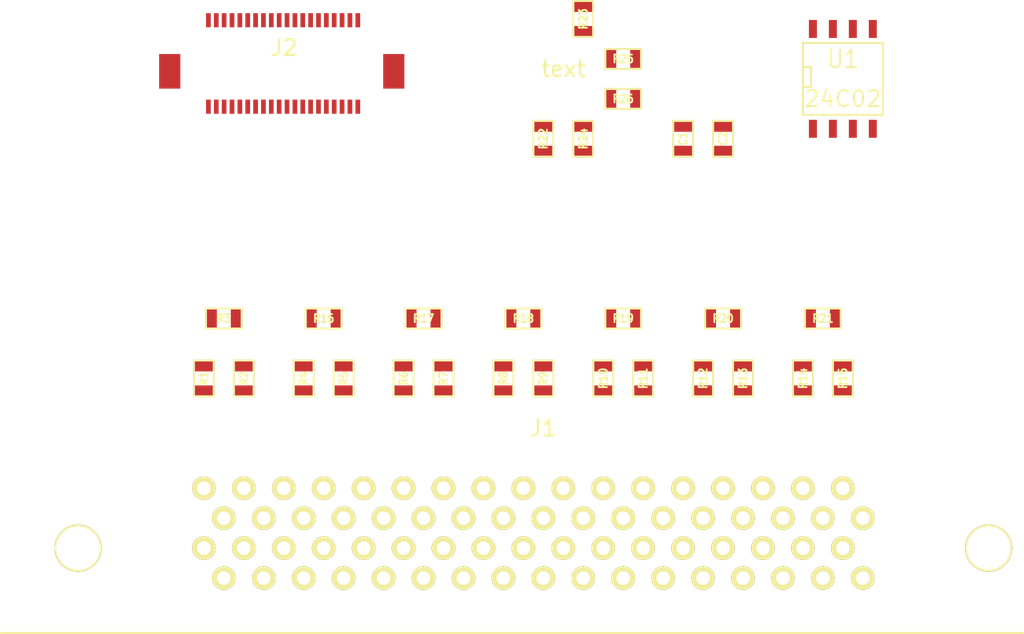
<source format=kicad_pcb>
(kicad_pcb (version 3) (host pcbnew "(2013-mar-13)-testing")

  (general
    (links 108)
    (no_connects 108)
    (area 0 0 0 0)
    (thickness 1.6)
    (drawings 0)
    (tracks 0)
    (zones 0)
    (modules 31)
    (nets 67)
  )

  (page A4)
  (layers
    (15 F.Cu signal)
    (0 B.Cu signal)
    (16 B.Adhes user)
    (17 F.Adhes user)
    (18 B.Paste user)
    (19 F.Paste user)
    (20 B.SilkS user)
    (21 F.SilkS user)
    (22 B.Mask user)
    (23 F.Mask user)
    (24 Dwgs.User user)
    (25 Cmts.User user)
    (26 Eco1.User user)
    (27 Eco2.User user)
    (28 Edge.Cuts user)
  )

  (setup
    (last_trace_width 0.254)
    (trace_clearance 0.254)
    (zone_clearance 0.508)
    (zone_45_only no)
    (trace_min 0.254)
    (segment_width 0.2)
    (edge_width 0.1)
    (via_size 0.889)
    (via_drill 0.635)
    (via_min_size 0.889)
    (via_min_drill 0.508)
    (uvia_size 0.508)
    (uvia_drill 0.127)
    (uvias_allowed no)
    (uvia_min_size 0.508)
    (uvia_min_drill 0.127)
    (pcb_text_width 0.3)
    (pcb_text_size 1.5 1.5)
    (mod_edge_width 0.15)
    (mod_text_size 1 1)
    (mod_text_width 0.15)
    (pad_size 1.35 2.2)
    (pad_drill 0.6)
    (pad_to_mask_clearance 0)
    (aux_axis_origin 0 0)
    (visible_elements FFFFFF7F)
    (pcbplotparams
      (layerselection 3178497)
      (usegerberextensions true)
      (excludeedgelayer true)
      (linewidth 0.150000)
      (plotframeref false)
      (viasonmask false)
      (mode 1)
      (useauxorigin false)
      (hpglpennumber 1)
      (hpglpenspeed 20)
      (hpglpendiameter 15)
      (hpglpenoverlay 2)
      (psnegative false)
      (psa4output false)
      (plotreference true)
      (plotvalue true)
      (plotothertext true)
      (plotinvisibletext false)
      (padsonsilk false)
      (subtractmaskfromsilk false)
      (outputformat 1)
      (mirror false)
      (drillshape 1)
      (scaleselection 1)
      (outputdirectory ""))
  )

  (net 0 "")
  (net 1 3V3)
  (net 2 AIN0)
  (net 3 AIN1)
  (net 4 CLK_n)
  (net 5 CLK_p)
  (net 6 CTR_n)
  (net 7 CTR_p)
  (net 8 GND)
  (net 9 HV)
  (net 10 I2C_SCL2)
  (net 11 I2C_SDA2)
  (net 12 N-0000010)
  (net 13 N-0000011)
  (net 14 N-0000015)
  (net 15 N-0000040)
  (net 16 N-0000041)
  (net 17 N-0000042)
  (net 18 N-0000043)
  (net 19 N-0000046)
  (net 20 N-0000047)
  (net 21 N-0000048)
  (net 22 N-0000049)
  (net 23 N-0000052)
  (net 24 N-0000053)
  (net 25 N-0000054)
  (net 26 N-0000055)
  (net 27 N-0000056)
  (net 28 N-0000057)
  (net 29 N-0000058)
  (net 30 N-0000059)
  (net 31 N-0000060)
  (net 32 N-0000061)
  (net 33 N-0000062)
  (net 34 N-0000063)
  (net 35 N-0000064)
  (net 36 N-0000065)
  (net 37 N-0000066)
  (net 38 N-000008)
  (net 39 N-000009)
  (net 40 RTD-)
  (net 41 SDATA1_n)
  (net 42 SDATA1_p)
  (net 43 SDATA3_n)
  (net 44 SDATA3_p)
  (net 45 SDATA4_n)
  (net 46 SDATA4_p)
  (net 47 SDA_n)
  (net 48 SDA_p)
  (net 49 TBM_160MHz_Out+)
  (net 50 TBM_160MHz_Out-)
  (net 51 TBM_Clk_In+)
  (net 52 TBM_Clk_In-)
  (net 53 TBM_Out_A+)
  (net 54 TBM_Out_A-)
  (net 55 TBM_RClk_Out+)
  (net 56 TBM_RClk_Out-)
  (net 57 TBM_RDa_Out+)
  (net 58 TBM_RDa_Out-)
  (net 59 TBM_SD_In+)
  (net 60 TBM_SD_In-)
  (net 61 TBM_Trig_In+)
  (net 62 TBM_Trig_In-)
  (net 63 TOUT_n)
  (net 64 TOUT_p)
  (net 65 VA)
  (net 66 VD)

  (net_class Default "This is the default net class."
    (clearance 0.254)
    (trace_width 0.254)
    (via_dia 0.889)
    (via_drill 0.635)
    (uvia_dia 0.508)
    (uvia_drill 0.127)
    (add_net "")
    (add_net 3V3)
    (add_net AIN0)
    (add_net AIN1)
    (add_net CLK_n)
    (add_net CLK_p)
    (add_net CTR_n)
    (add_net CTR_p)
    (add_net GND)
    (add_net HV)
    (add_net I2C_SCL2)
    (add_net I2C_SDA2)
    (add_net N-0000010)
    (add_net N-0000011)
    (add_net N-0000015)
    (add_net N-0000040)
    (add_net N-0000041)
    (add_net N-0000042)
    (add_net N-0000043)
    (add_net N-0000046)
    (add_net N-0000047)
    (add_net N-0000048)
    (add_net N-0000049)
    (add_net N-0000052)
    (add_net N-0000053)
    (add_net N-0000054)
    (add_net N-0000055)
    (add_net N-0000056)
    (add_net N-0000057)
    (add_net N-0000058)
    (add_net N-0000059)
    (add_net N-0000060)
    (add_net N-0000061)
    (add_net N-0000062)
    (add_net N-0000063)
    (add_net N-0000064)
    (add_net N-0000065)
    (add_net N-0000066)
    (add_net N-000008)
    (add_net N-000009)
    (add_net RTD-)
    (add_net SDATA1_n)
    (add_net SDATA1_p)
    (add_net SDATA3_n)
    (add_net SDATA3_p)
    (add_net SDATA4_n)
    (add_net SDATA4_p)
    (add_net SDA_n)
    (add_net SDA_p)
    (add_net TBM_160MHz_Out+)
    (add_net TBM_160MHz_Out-)
    (add_net TBM_Clk_In+)
    (add_net TBM_Clk_In-)
    (add_net TBM_Out_A+)
    (add_net TBM_Out_A-)
    (add_net TBM_RClk_Out+)
    (add_net TBM_RClk_Out-)
    (add_net TBM_RDa_Out+)
    (add_net TBM_RDa_Out-)
    (add_net TBM_SD_In+)
    (add_net TBM_SD_In-)
    (add_net TBM_Trig_In+)
    (add_net TBM_Trig_In-)
    (add_net TOUT_n)
    (add_net TOUT_p)
    (add_net VA)
    (add_net VD)
  )

  (module SM0603 (layer F.Cu) (tedit 4E43A3D1) (tstamp 526C8CD1)
    (at 157.48 97.79 270)
    (path /526C360D)
    (attr smd)
    (fp_text reference C1 (at 0 0 270) (layer F.SilkS)
      (effects (font (size 0.508 0.4572) (thickness 0.1143)))
    )
    (fp_text value 0.1u (at 0 0 270) (layer F.SilkS) hide
      (effects (font (size 0.508 0.4572) (thickness 0.1143)))
    )
    (fp_line (start -1.143 -0.635) (end 1.143 -0.635) (layer F.SilkS) (width 0.127))
    (fp_line (start 1.143 -0.635) (end 1.143 0.635) (layer F.SilkS) (width 0.127))
    (fp_line (start 1.143 0.635) (end -1.143 0.635) (layer F.SilkS) (width 0.127))
    (fp_line (start -1.143 0.635) (end -1.143 -0.635) (layer F.SilkS) (width 0.127))
    (pad 1 smd rect (at -0.762 0 270) (size 0.635 1.143)
      (layers F.Cu F.Paste F.Mask)
      (net 2 AIN0)
    )
    (pad 2 smd rect (at 0.762 0 270) (size 0.635 1.143)
      (layers F.Cu F.Paste F.Mask)
      (net 8 GND)
    )
    (model smd\resistors\R0603.wrl
      (at (xyz 0 0 0.001))
      (scale (xyz 0.5 0.5 0.5))
      (rotate (xyz 0 0 0))
    )
  )

  (module SM0603 (layer F.Cu) (tedit 4E43A3D1) (tstamp 526C8CDB)
    (at 160.02 97.79 270)
    (path /526C361C)
    (attr smd)
    (fp_text reference C2 (at 0 0 270) (layer F.SilkS)
      (effects (font (size 0.508 0.4572) (thickness 0.1143)))
    )
    (fp_text value 0.1u (at 0 0 270) (layer F.SilkS) hide
      (effects (font (size 0.508 0.4572) (thickness 0.1143)))
    )
    (fp_line (start -1.143 -0.635) (end 1.143 -0.635) (layer F.SilkS) (width 0.127))
    (fp_line (start 1.143 -0.635) (end 1.143 0.635) (layer F.SilkS) (width 0.127))
    (fp_line (start 1.143 0.635) (end -1.143 0.635) (layer F.SilkS) (width 0.127))
    (fp_line (start -1.143 0.635) (end -1.143 -0.635) (layer F.SilkS) (width 0.127))
    (pad 1 smd rect (at -0.762 0 270) (size 0.635 1.143)
      (layers F.Cu F.Paste F.Mask)
      (net 3 AIN1)
    )
    (pad 2 smd rect (at 0.762 0 270) (size 0.635 1.143)
      (layers F.Cu F.Paste F.Mask)
      (net 8 GND)
    )
    (model smd\resistors\R0603.wrl
      (at (xyz 0 0 0.001))
      (scale (xyz 0.5 0.5 0.5))
      (rotate (xyz 0 0 0))
    )
  )

  (module SCSI68 (layer F.Cu) (tedit 526C8249) (tstamp 526C8D28)
    (at 148.59 121.92)
    (path /526C1593)
    (fp_text reference J1 (at 0 -5.715) (layer F.SilkS)
      (effects (font (size 1 1) (thickness 0.15)))
    )
    (fp_text value CONN-SCSI68 (at 0 -7.62) (layer F.SilkS) hide
      (effects (font (size 1 1) (thickness 0.15)))
    )
    (fp_line (start -34.48 7.31) (end 30.02 7.31) (layer F.SilkS) (width 0.15))
    (fp_line (start 30.02 7.31) (end 30.52 7.31) (layer F.SilkS) (width 0.15))
    (fp_text user text (at 1.27 -28.575) (layer F.SilkS)
      (effects (font (size 1 1) (thickness 0.15)))
    )
    (pad 1 thru_hole circle (at 20.32 0) (size 1.5 1.5) (drill 0.86)
      (layers *.Cu *.Mask F.SilkS)
      (net 8 GND)
    )
    (pad 2 thru_hole circle (at 20.32 3.81) (size 1.5 1.5) (drill 0.86)
      (layers *.Cu *.Mask F.SilkS)
      (net 16 N-0000041)
    )
    (pad 3 thru_hole circle (at 19.05 -1.905) (size 1.5 1.5) (drill 0.86)
      (layers *.Cu *.Mask F.SilkS)
      (net 17 N-0000042)
    )
    (pad 4 thru_hole circle (at 19.05 1.905) (size 1.5 1.5) (drill 0.86)
      (layers *.Cu *.Mask F.SilkS)
      (net 8 GND)
    )
    (pad 5 thru_hole circle (at 17.78 0) (size 1.5 1.5) (drill 0.86)
      (layers *.Cu *.Mask F.SilkS)
      (net 39 N-000009)
    )
    (pad 6 thru_hole circle (at 17.78 3.81) (size 1.5 1.5) (drill 0.86)
      (layers *.Cu *.Mask F.SilkS)
      (net 8 GND)
    )
    (pad 7 thru_hole circle (at 16.51 -1.905) (size 1.5 1.5) (drill 0.86)
      (layers *.Cu *.Mask F.SilkS)
      (net 42 SDATA1_p)
    )
    (pad 8 thru_hole circle (at 16.51 1.905) (size 1.5 1.5) (drill 0.86)
      (layers *.Cu *.Mask F.SilkS)
      (net 41 SDATA1_n)
    )
    (pad 9 thru_hole circle (at 15.24 0) (size 1.5 1.5) (drill 0.86)
      (layers *.Cu *.Mask F.SilkS)
      (net 8 GND)
    )
    (pad 10 thru_hole circle (at 15.24 3.81) (size 1.5 1.5) (drill 0.86)
      (layers *.Cu *.Mask F.SilkS)
      (net 14 N-0000015)
    )
    (pad 11 thru_hole circle (at 13.97 -1.905) (size 1.5 1.5) (drill 0.86)
      (layers *.Cu *.Mask F.SilkS)
      (net 38 N-000008)
    )
    (pad 12 thru_hole circle (at 13.97 1.905) (size 1.5 1.5) (drill 0.86)
      (layers *.Cu *.Mask F.SilkS)
      (net 8 GND)
    )
    (pad 13 thru_hole circle (at 12.7 0) (size 1.5 1.5) (drill 0.86)
      (layers *.Cu *.Mask F.SilkS)
      (net 44 SDATA3_p)
    )
    (pad 14 thru_hole circle (at 12.7 3.81) (size 1.5 1.5) (drill 0.86)
      (layers *.Cu *.Mask F.SilkS)
      (net 43 SDATA3_n)
    )
    (pad 15 thru_hole circle (at 11.43 -1.905) (size 1.5 1.5) (drill 0.86)
      (layers *.Cu *.Mask F.SilkS)
      (net 8 GND)
    )
    (pad 16 thru_hole circle (at 11.43 1.905) (size 1.5 1.5) (drill 0.86)
      (layers *.Cu *.Mask F.SilkS)
      (net 46 SDATA4_p)
    )
    (pad 17 thru_hole circle (at 10.16 0) (size 1.5 1.5) (drill 0.86)
      (layers *.Cu *.Mask F.SilkS)
      (net 45 SDATA4_n)
    )
    (pad 18 thru_hole circle (at 10.16 3.81) (size 1.5 1.5) (drill 0.86)
      (layers *.Cu *.Mask F.SilkS)
      (net 8 GND)
    )
    (pad 19 thru_hole circle (at 8.89 -1.905) (size 1.5 1.5) (drill 0.86)
      (layers *.Cu *.Mask F.SilkS)
      (net 7 CTR_p)
    )
    (pad 20 thru_hole circle (at 8.89 1.905) (size 1.5 1.5) (drill 0.86)
      (layers *.Cu *.Mask F.SilkS)
      (net 6 CTR_n)
    )
    (pad 21 thru_hole circle (at 7.62 0) (size 1.5 1.5) (drill 0.86)
      (layers *.Cu *.Mask F.SilkS)
      (net 8 GND)
    )
    (pad 22 thru_hole circle (at 7.62 3.81) (size 1.5 1.5) (drill 0.86)
      (layers *.Cu *.Mask F.SilkS)
      (net 5 CLK_p)
    )
    (pad 23 thru_hole circle (at 6.35 -1.905) (size 1.5 1.5) (drill 0.86)
      (layers *.Cu *.Mask F.SilkS)
      (net 4 CLK_n)
    )
    (pad 24 thru_hole circle (at 6.35 1.905) (size 1.5 1.5) (drill 0.86)
      (layers *.Cu *.Mask F.SilkS)
      (net 8 GND)
    )
    (pad 25 thru_hole circle (at 5.08 0) (size 1.5 1.5) (drill 0.86)
      (layers *.Cu *.Mask F.SilkS)
      (net 65 VA)
    )
    (pad 26 thru_hole circle (at 5.08 3.81) (size 1.5 1.5) (drill 0.86)
      (layers *.Cu *.Mask F.SilkS)
      (net 65 VA)
    )
    (pad 27 thru_hole circle (at 3.81 -1.905) (size 1.5 1.5) (drill 0.86)
      (layers *.Cu *.Mask F.SilkS)
      (net 65 VA)
    )
    (pad 28 thru_hole circle (at 3.81 1.905) (size 1.5 1.5) (drill 0.86)
      (layers *.Cu *.Mask F.SilkS)
      (net 65 VA)
    )
    (pad 29 thru_hole circle (at 2.54 0) (size 1.5 1.5) (drill 0.86)
      (layers *.Cu *.Mask F.SilkS)
      (net 66 VD)
    )
    (pad 30 thru_hole circle (at 2.54 3.81) (size 1.5 1.5) (drill 0.86)
      (layers *.Cu *.Mask F.SilkS)
      (net 8 GND)
    )
    (pad 31 thru_hole circle (at 1.27 -1.905) (size 1.5 1.5) (drill 0.86)
      (layers *.Cu *.Mask F.SilkS)
      (net 30 N-0000059)
    )
    (pad 32 thru_hole circle (at 1.27 1.905) (size 1.5 1.5) (drill 0.86)
      (layers *.Cu *.Mask F.SilkS)
      (net 29 N-0000058)
    )
    (pad 33 thru_hole circle (at 0 0) (size 1.5 1.5) (drill 0.86)
      (layers *.Cu *.Mask F.SilkS)
      (net 27 N-0000056)
    )
    (pad 34 thru_hole circle (at 0 3.81) (size 1.5 1.5) (drill 0.86)
      (layers *.Cu *.Mask F.SilkS)
      (net 24 N-0000053)
    )
    (pad 35 thru_hole circle (at -1.27 -1.905) (size 1.5 1.5) (drill 0.86)
      (layers *.Cu *.Mask F.SilkS)
      (net 8 GND)
    )
    (pad 36 thru_hole circle (at -1.27 1.905) (size 1.5 1.5) (drill 0.86)
      (layers *.Cu *.Mask F.SilkS)
      (net 48 SDA_p)
    )
    (pad 37 thru_hole circle (at -2.54 0) (size 1.5 1.5) (drill 0.86)
      (layers *.Cu *.Mask F.SilkS)
      (net 47 SDA_n)
    )
    (pad 38 thru_hole circle (at -2.54 3.81) (size 1.5 1.5) (drill 0.86)
      (layers *.Cu *.Mask F.SilkS)
      (net 8 GND)
    )
    (pad 39 thru_hole circle (at -3.81 -1.905) (size 1.5 1.5) (drill 0.86)
      (layers *.Cu *.Mask F.SilkS)
      (net 64 TOUT_p)
    )
    (pad 40 thru_hole circle (at -3.81 1.905) (size 1.5 1.5) (drill 0.86)
      (layers *.Cu *.Mask F.SilkS)
      (net 63 TOUT_n)
    )
    (pad 41 thru_hole circle (at -5.08 0) (size 1.5 1.5) (drill 0.86)
      (layers *.Cu *.Mask F.SilkS)
      (net 8 GND)
    )
    (pad 42 thru_hole circle (at -5.08 3.81) (size 1.5 1.5) (drill 0.86)
      (layers *.Cu *.Mask F.SilkS)
      (net 66 VD)
    )
    (pad 43 thru_hole circle (at -6.35 -1.905) (size 1.5 1.5) (drill 0.86)
      (layers *.Cu *.Mask F.SilkS)
      (net 66 VD)
    )
    (pad 44 thru_hole circle (at -6.35 1.905) (size 1.5 1.5) (drill 0.86)
      (layers *.Cu *.Mask F.SilkS)
      (net 66 VD)
    )
    (pad 45 thru_hole circle (at -7.62 0) (size 1.5 1.5) (drill 0.86)
      (layers *.Cu *.Mask F.SilkS)
      (net 66 VD)
    )
    (pad 46 thru_hole circle (at -7.62 3.81) (size 1.5 1.5) (drill 0.86)
      (layers *.Cu *.Mask F.SilkS)
      (net 8 GND)
    )
    (pad 47 thru_hole circle (at -8.89 -1.905) (size 1.5 1.5) (drill 0.86)
      (layers *.Cu *.Mask F.SilkS)
      (net 1 3V3)
    )
    (pad 48 thru_hole circle (at -8.89 1.905) (size 1.5 1.5) (drill 0.86)
      (layers *.Cu *.Mask F.SilkS)
      (net 12 N-0000010)
    )
    (pad 49 thru_hole circle (at -10.16 0) (size 1.5 1.5) (drill 0.86)
      (layers *.Cu *.Mask F.SilkS)
      (net 13 N-0000011)
    )
    (pad 50 thru_hole circle (at -10.16 3.81) (size 1.5 1.5) (drill 0.86)
      (layers *.Cu *.Mask F.SilkS)
      (net 31 N-0000060)
    )
    (pad 51 thru_hole circle (at -11.43 -1.905) (size 1.5 1.5) (drill 0.86)
      (layers *.Cu *.Mask F.SilkS)
      (net 10 I2C_SCL2)
    )
    (pad 52 thru_hole circle (at -11.43 1.905) (size 1.5 1.5) (drill 0.86)
      (layers *.Cu *.Mask F.SilkS)
      (net 11 I2C_SDA2)
    )
    (pad 53 thru_hole circle (at -12.7 0) (size 1.5 1.5) (drill 0.86)
      (layers *.Cu *.Mask F.SilkS)
      (net 26 N-0000055)
    )
    (pad 54 thru_hole circle (at -12.7 3.81) (size 1.5 1.5) (drill 0.86)
      (layers *.Cu *.Mask F.SilkS)
      (net 37 N-0000066)
    )
    (pad 55 thru_hole circle (at -13.97 -1.905) (size 1.5 1.5) (drill 0.86)
      (layers *.Cu *.Mask F.SilkS)
      (net 36 N-0000065)
    )
    (pad 56 thru_hole circle (at -13.97 1.905) (size 1.5 1.5) (drill 0.86)
      (layers *.Cu *.Mask F.SilkS)
      (net 34 N-0000063)
    )
    (pad 57 thru_hole circle (at -15.24 0) (size 1.5 1.5) (drill 0.86)
      (layers *.Cu *.Mask F.SilkS)
      (net 2 AIN0)
    )
    (pad 58 thru_hole circle (at -15.24 3.81) (size 1.5 1.5) (drill 0.86)
      (layers *.Cu *.Mask F.SilkS)
      (net 3 AIN1)
    )
    (pad 59 thru_hole circle (at -16.51 -1.905) (size 1.5 1.5) (drill 0.86)
      (layers *.Cu *.Mask F.SilkS)
      (net 15 N-0000040)
    )
    (pad 60 thru_hole circle (at -16.51 1.905) (size 1.5 1.5) (drill 0.86)
      (layers *.Cu *.Mask F.SilkS)
      (net 8 GND)
    )
    (pad 61 thru_hole circle (at -17.78 0) (size 1.5 1.5) (drill 0.86)
      (layers *.Cu *.Mask F.SilkS)
      (net 23 N-0000052)
    )
    (pad 62 thru_hole circle (at -17.78 3.81) (size 1.5 1.5) (drill 0.86)
      (layers *.Cu *.Mask F.SilkS)
      (net 28 N-0000057)
    )
    (pad 63 thru_hole circle (at -19.05 -1.905) (size 1.5 1.5) (drill 0.86)
      (layers *.Cu *.Mask F.SilkS)
      (net 25 N-0000054)
    )
    (pad 64 thru_hole circle (at -19.05 1.905) (size 1.5 1.5) (drill 0.86)
      (layers *.Cu *.Mask F.SilkS)
      (net 8 GND)
    )
    (pad 65 thru_hole circle (at -20.32 0) (size 1.5 1.5) (drill 0.86)
      (layers *.Cu *.Mask F.SilkS)
      (net 35 N-0000064)
    )
    (pad 66 thru_hole circle (at -20.32 3.81) (size 1.5 1.5) (drill 0.86)
      (layers *.Cu *.Mask F.SilkS)
      (net 33 N-0000062)
    )
    (pad 67 thru_hole circle (at -21.59 -1.905) (size 1.5 1.5) (drill 0.86)
      (layers *.Cu *.Mask F.SilkS)
      (net 32 N-0000061)
    )
    (pad 68 thru_hole circle (at -21.59 1.905) (size 1.5 1.5) (drill 0.86)
      (layers *.Cu *.Mask F.SilkS)
      (net 9 HV)
    )
    (pad 71 thru_hole circle (at -29.59 1.905) (size 3 3) (drill 2.77)
      (layers *.Cu *.Mask F.SilkS)
    )
    (pad 72 thru_hole circle (at 28.32 1.905) (size 3 3) (drill 2.77)
      (layers *.Cu *.Mask F.SilkS)
    )
  )

  (module SMK20 (layer F.Cu) (tedit 526C87E4) (tstamp 526C8D56)
    (at 132.08 95.25)
    (path /526C1CFC)
    (fp_text reference J2 (at 0.02 -3.25) (layer F.SilkS)
      (effects (font (size 1 1) (thickness 0.15)))
    )
    (fp_text value CONN-SMK20 (at -0.23 -1.25) (layer F.SilkS) hide
      (effects (font (size 1 1) (thickness 0.15)))
    )
    (pad 1 smd rect (at -4.79 0.5) (size 0.3 0.9)
      (layers F.Cu F.Paste F.Mask)
      (net 1 3V3)
    )
    (pad 2 smd rect (at -4.79 -5) (size 0.3 0.9)
      (layers F.Cu F.Paste F.Mask)
      (net 65 VA)
    )
    (pad 3 smd rect (at -4.29 0.5) (size 0.3 0.9)
      (layers F.Cu F.Paste F.Mask)
      (net 40 RTD-)
    )
    (pad 4 smd rect (at -4.29 -5) (size 0.3 0.9)
      (layers F.Cu F.Paste F.Mask)
      (net 65 VA)
    )
    (pad 5 smd rect (at -3.79 0.5) (size 0.3 0.9)
      (layers F.Cu F.Paste F.Mask)
      (net 53 TBM_Out_A+)
    )
    (pad 6 smd rect (at -3.79 -5) (size 0.3 0.9)
      (layers F.Cu F.Paste F.Mask)
      (net 8 GND)
    )
    (pad 7 smd rect (at -3.29 0.5) (size 0.3 0.9)
      (layers F.Cu F.Paste F.Mask)
      (net 54 TBM_Out_A-)
    )
    (pad 8 smd rect (at -3.29 -5) (size 0.3 0.9)
      (layers F.Cu F.Paste F.Mask)
      (net 8 GND)
    )
    (pad 9 smd rect (at -2.79 0.5) (size 0.3 0.9)
      (layers F.Cu F.Paste F.Mask)
      (net 55 TBM_RClk_Out+)
    )
    (pad 10 smd rect (at -2.79 -5) (size 0.3 0.9)
      (layers F.Cu F.Paste F.Mask)
      (net 8 GND)
    )
    (pad 11 smd rect (at -2.29 0.5) (size 0.3 0.9)
      (layers F.Cu F.Paste F.Mask)
      (net 56 TBM_RClk_Out-)
    )
    (pad 12 smd rect (at -2.29 -5) (size 0.3 0.9)
      (layers F.Cu F.Paste F.Mask)
      (net 8 GND)
    )
    (pad 13 smd rect (at -1.79 0.5) (size 0.3 0.9)
      (layers F.Cu F.Paste F.Mask)
      (net 57 TBM_RDa_Out+)
    )
    (pad 14 smd rect (at -1.79 -5) (size 0.3 0.9)
      (layers F.Cu F.Paste F.Mask)
      (net 8 GND)
    )
    (pad 15 smd rect (at -1.29 0.5) (size 0.3 0.9)
      (layers F.Cu F.Paste F.Mask)
      (net 58 TBM_RDa_Out-)
    )
    (pad 16 smd rect (at -1.29 -5) (size 0.3 0.9)
      (layers F.Cu F.Paste F.Mask)
      (net 8 GND)
    )
    (pad 17 smd rect (at -0.79 0.5) (size 0.3 0.9)
      (layers F.Cu F.Paste F.Mask)
      (net 22 N-0000049)
    )
    (pad 18 smd rect (at -0.79 -5) (size 0.3 0.9)
      (layers F.Cu F.Paste F.Mask)
      (net 20 N-0000047)
    )
    (pad 19 smd rect (at -0.29 0.5) (size 0.3 0.9)
      (layers F.Cu F.Paste F.Mask)
      (net 9 HV)
    )
    (pad 20 smd rect (at -0.29 -5) (size 0.3 0.9)
      (layers F.Cu F.Paste F.Mask)
      (net 9 HV)
    )
    (pad 21 smd rect (at 0.21 0.5) (size 0.3 0.9)
      (layers F.Cu F.Paste F.Mask)
      (net 9 HV)
    )
    (pad 22 smd rect (at 0.21 -5) (size 0.3 0.9)
      (layers F.Cu F.Paste F.Mask)
      (net 9 HV)
    )
    (pad 23 smd rect (at 0.71 0.5) (size 0.3 0.9)
      (layers F.Cu F.Paste F.Mask)
      (net 21 N-0000048)
    )
    (pad 24 smd rect (at 0.71 -5) (size 0.3 0.9)
      (layers F.Cu F.Paste F.Mask)
      (net 19 N-0000046)
    )
    (pad 25 smd rect (at 1.21 0.5) (size 0.3 0.9)
      (layers F.Cu F.Paste F.Mask)
      (net 59 TBM_SD_In+)
    )
    (pad 26 smd rect (at 1.21 -5) (size 0.3 0.9)
      (layers F.Cu F.Paste F.Mask)
      (net 66 VD)
    )
    (pad 27 smd rect (at 1.71 0.5) (size 0.3 0.9)
      (layers F.Cu F.Paste F.Mask)
      (net 60 TBM_SD_In-)
    )
    (pad 28 smd rect (at 1.71 -5) (size 0.3 0.9)
      (layers F.Cu F.Paste F.Mask)
      (net 66 VD)
    )
    (pad 29 smd rect (at 2.21 0.5) (size 0.3 0.9)
      (layers F.Cu F.Paste F.Mask)
      (net 61 TBM_Trig_In+)
    )
    (pad 30 smd rect (at 2.21 -5) (size 0.3 0.9)
      (layers F.Cu F.Paste F.Mask)
      (net 66 VD)
    )
    (pad 31 smd rect (at 2.71 0.5) (size 0.3 0.9)
      (layers F.Cu F.Paste F.Mask)
      (net 62 TBM_Trig_In-)
    )
    (pad 32 smd rect (at 2.71 -5) (size 0.3 0.9)
      (layers F.Cu F.Paste F.Mask)
      (net 66 VD)
    )
    (pad 33 smd rect (at 3.21 0.5) (size 0.3 0.9)
      (layers F.Cu F.Paste F.Mask)
      (net 51 TBM_Clk_In+)
    )
    (pad 34 smd rect (at 3.21 -5) (size 0.3 0.9)
      (layers F.Cu F.Paste F.Mask)
      (net 65 VA)
    )
    (pad 35 smd rect (at 3.71 0.5) (size 0.3 0.9)
      (layers F.Cu F.Paste F.Mask)
      (net 52 TBM_Clk_In-)
    )
    (pad 36 smd rect (at 3.71 -5) (size 0.3 0.9)
      (layers F.Cu F.Paste F.Mask)
      (net 65 VA)
    )
    (pad 37 smd rect (at 4.21 0.5) (size 0.3 0.9)
      (layers F.Cu F.Paste F.Mask)
      (net 49 TBM_160MHz_Out+)
    )
    (pad 38 smd rect (at 4.21 -5) (size 0.3 0.9)
      (layers F.Cu F.Paste F.Mask)
      (net 8 GND)
    )
    (pad 39 smd rect (at 4.71 0.5) (size 0.3 0.9)
      (layers F.Cu F.Paste F.Mask)
      (net 50 TBM_160MHz_Out-)
    )
    (pad 40 smd rect (at 4.71 -5) (size 0.3 0.9)
      (layers F.Cu F.Paste F.Mask)
      (net 8 GND)
    )
    (pad 41 smd rect (at -7.25 -1.75) (size 1.35 2.2)
      (layers F.Cu F.Paste F.Mask)
      (net 8 GND)
    )
    (pad 42 smd rect (at 7 -1.75) (size 1.35 2.2)
      (layers F.Cu F.Paste F.Mask)
      (net 8 GND)
    )
  )

  (module SM0603 (layer F.Cu) (tedit 4E43A3D1) (tstamp 526C8D60)
    (at 127 113.03 90)
    (path /526BF93C)
    (attr smd)
    (fp_text reference R1 (at 0 0 90) (layer F.SilkS)
      (effects (font (size 0.508 0.4572) (thickness 0.1143)))
    )
    (fp_text value 39 (at 0 0 90) (layer F.SilkS) hide
      (effects (font (size 0.508 0.4572) (thickness 0.1143)))
    )
    (fp_line (start -1.143 -0.635) (end 1.143 -0.635) (layer F.SilkS) (width 0.127))
    (fp_line (start 1.143 -0.635) (end 1.143 0.635) (layer F.SilkS) (width 0.127))
    (fp_line (start 1.143 0.635) (end -1.143 0.635) (layer F.SilkS) (width 0.127))
    (fp_line (start -1.143 0.635) (end -1.143 -0.635) (layer F.SilkS) (width 0.127))
    (pad 1 smd rect (at -0.762 0 90) (size 0.635 1.143)
      (layers F.Cu F.Paste F.Mask)
      (net 42 SDATA1_p)
    )
    (pad 2 smd rect (at 0.762 0 90) (size 0.635 1.143)
      (layers F.Cu F.Paste F.Mask)
      (net 53 TBM_Out_A+)
    )
    (model smd\resistors\R0603.wrl
      (at (xyz 0 0 0.001))
      (scale (xyz 0.5 0.5 0.5))
      (rotate (xyz 0 0 0))
    )
  )

  (module SM0603 (layer F.Cu) (tedit 4E43A3D1) (tstamp 526C8D6A)
    (at 129.54 113.03 90)
    (path /526BF9D2)
    (attr smd)
    (fp_text reference R2 (at 0 0 90) (layer F.SilkS)
      (effects (font (size 0.508 0.4572) (thickness 0.1143)))
    )
    (fp_text value 39 (at 0 0 90) (layer F.SilkS) hide
      (effects (font (size 0.508 0.4572) (thickness 0.1143)))
    )
    (fp_line (start -1.143 -0.635) (end 1.143 -0.635) (layer F.SilkS) (width 0.127))
    (fp_line (start 1.143 -0.635) (end 1.143 0.635) (layer F.SilkS) (width 0.127))
    (fp_line (start 1.143 0.635) (end -1.143 0.635) (layer F.SilkS) (width 0.127))
    (fp_line (start -1.143 0.635) (end -1.143 -0.635) (layer F.SilkS) (width 0.127))
    (pad 1 smd rect (at -0.762 0 90) (size 0.635 1.143)
      (layers F.Cu F.Paste F.Mask)
      (net 41 SDATA1_n)
    )
    (pad 2 smd rect (at 0.762 0 90) (size 0.635 1.143)
      (layers F.Cu F.Paste F.Mask)
      (net 54 TBM_Out_A-)
    )
    (model smd\resistors\R0603.wrl
      (at (xyz 0 0 0.001))
      (scale (xyz 0.5 0.5 0.5))
      (rotate (xyz 0 0 0))
    )
  )

  (module SM0603 (layer F.Cu) (tedit 4E43A3D1) (tstamp 526C8D74)
    (at 128.27 109.22)
    (path /526C1DAB)
    (attr smd)
    (fp_text reference R3 (at 0 0) (layer F.SilkS)
      (effects (font (size 0.508 0.4572) (thickness 0.1143)))
    )
    (fp_text value 91 (at 0 0) (layer F.SilkS) hide
      (effects (font (size 0.508 0.4572) (thickness 0.1143)))
    )
    (fp_line (start -1.143 -0.635) (end 1.143 -0.635) (layer F.SilkS) (width 0.127))
    (fp_line (start 1.143 -0.635) (end 1.143 0.635) (layer F.SilkS) (width 0.127))
    (fp_line (start 1.143 0.635) (end -1.143 0.635) (layer F.SilkS) (width 0.127))
    (fp_line (start -1.143 0.635) (end -1.143 -0.635) (layer F.SilkS) (width 0.127))
    (pad 1 smd rect (at -0.762 0) (size 0.635 1.143)
      (layers F.Cu F.Paste F.Mask)
      (net 53 TBM_Out_A+)
    )
    (pad 2 smd rect (at 0.762 0) (size 0.635 1.143)
      (layers F.Cu F.Paste F.Mask)
      (net 54 TBM_Out_A-)
    )
    (model smd\resistors\R0603.wrl
      (at (xyz 0 0 0.001))
      (scale (xyz 0.5 0.5 0.5))
      (rotate (xyz 0 0 0))
    )
  )

  (module SM0603 (layer F.Cu) (tedit 4E43A3D1) (tstamp 526C8D7E)
    (at 133.35 113.03 90)
    (path /526C2B42)
    (attr smd)
    (fp_text reference R4 (at 0 0 90) (layer F.SilkS)
      (effects (font (size 0.508 0.4572) (thickness 0.1143)))
    )
    (fp_text value 39 (at 0 0 90) (layer F.SilkS) hide
      (effects (font (size 0.508 0.4572) (thickness 0.1143)))
    )
    (fp_line (start -1.143 -0.635) (end 1.143 -0.635) (layer F.SilkS) (width 0.127))
    (fp_line (start 1.143 -0.635) (end 1.143 0.635) (layer F.SilkS) (width 0.127))
    (fp_line (start 1.143 0.635) (end -1.143 0.635) (layer F.SilkS) (width 0.127))
    (fp_line (start -1.143 0.635) (end -1.143 -0.635) (layer F.SilkS) (width 0.127))
    (pad 1 smd rect (at -0.762 0 90) (size 0.635 1.143)
      (layers F.Cu F.Paste F.Mask)
      (net 44 SDATA3_p)
    )
    (pad 2 smd rect (at 0.762 0 90) (size 0.635 1.143)
      (layers F.Cu F.Paste F.Mask)
      (net 55 TBM_RClk_Out+)
    )
    (model smd\resistors\R0603.wrl
      (at (xyz 0 0 0.001))
      (scale (xyz 0.5 0.5 0.5))
      (rotate (xyz 0 0 0))
    )
  )

  (module SM0603 (layer F.Cu) (tedit 4E43A3D1) (tstamp 526C8D88)
    (at 135.89 113.03 90)
    (path /526C2B60)
    (attr smd)
    (fp_text reference R5 (at 0 0 90) (layer F.SilkS)
      (effects (font (size 0.508 0.4572) (thickness 0.1143)))
    )
    (fp_text value 39 (at 0 0 90) (layer F.SilkS) hide
      (effects (font (size 0.508 0.4572) (thickness 0.1143)))
    )
    (fp_line (start -1.143 -0.635) (end 1.143 -0.635) (layer F.SilkS) (width 0.127))
    (fp_line (start 1.143 -0.635) (end 1.143 0.635) (layer F.SilkS) (width 0.127))
    (fp_line (start 1.143 0.635) (end -1.143 0.635) (layer F.SilkS) (width 0.127))
    (fp_line (start -1.143 0.635) (end -1.143 -0.635) (layer F.SilkS) (width 0.127))
    (pad 1 smd rect (at -0.762 0 90) (size 0.635 1.143)
      (layers F.Cu F.Paste F.Mask)
      (net 43 SDATA3_n)
    )
    (pad 2 smd rect (at 0.762 0 90) (size 0.635 1.143)
      (layers F.Cu F.Paste F.Mask)
      (net 56 TBM_RClk_Out-)
    )
    (model smd\resistors\R0603.wrl
      (at (xyz 0 0 0.001))
      (scale (xyz 0.5 0.5 0.5))
      (rotate (xyz 0 0 0))
    )
  )

  (module SM0603 (layer F.Cu) (tedit 4E43A3D1) (tstamp 526C8D92)
    (at 139.7 113.03 90)
    (path /526C2B6F)
    (attr smd)
    (fp_text reference R6 (at 0 0 90) (layer F.SilkS)
      (effects (font (size 0.508 0.4572) (thickness 0.1143)))
    )
    (fp_text value 39 (at 0 0 90) (layer F.SilkS) hide
      (effects (font (size 0.508 0.4572) (thickness 0.1143)))
    )
    (fp_line (start -1.143 -0.635) (end 1.143 -0.635) (layer F.SilkS) (width 0.127))
    (fp_line (start 1.143 -0.635) (end 1.143 0.635) (layer F.SilkS) (width 0.127))
    (fp_line (start 1.143 0.635) (end -1.143 0.635) (layer F.SilkS) (width 0.127))
    (fp_line (start -1.143 0.635) (end -1.143 -0.635) (layer F.SilkS) (width 0.127))
    (pad 1 smd rect (at -0.762 0 90) (size 0.635 1.143)
      (layers F.Cu F.Paste F.Mask)
      (net 64 TOUT_p)
    )
    (pad 2 smd rect (at 0.762 0 90) (size 0.635 1.143)
      (layers F.Cu F.Paste F.Mask)
      (net 57 TBM_RDa_Out+)
    )
    (model smd\resistors\R0603.wrl
      (at (xyz 0 0 0.001))
      (scale (xyz 0.5 0.5 0.5))
      (rotate (xyz 0 0 0))
    )
  )

  (module SM0603 (layer F.Cu) (tedit 4E43A3D1) (tstamp 526C8D9C)
    (at 142.24 113.03 90)
    (path /526C2B8D)
    (attr smd)
    (fp_text reference R7 (at 0 0 90) (layer F.SilkS)
      (effects (font (size 0.508 0.4572) (thickness 0.1143)))
    )
    (fp_text value 39 (at 0 0 90) (layer F.SilkS) hide
      (effects (font (size 0.508 0.4572) (thickness 0.1143)))
    )
    (fp_line (start -1.143 -0.635) (end 1.143 -0.635) (layer F.SilkS) (width 0.127))
    (fp_line (start 1.143 -0.635) (end 1.143 0.635) (layer F.SilkS) (width 0.127))
    (fp_line (start 1.143 0.635) (end -1.143 0.635) (layer F.SilkS) (width 0.127))
    (fp_line (start -1.143 0.635) (end -1.143 -0.635) (layer F.SilkS) (width 0.127))
    (pad 1 smd rect (at -0.762 0 90) (size 0.635 1.143)
      (layers F.Cu F.Paste F.Mask)
      (net 63 TOUT_n)
    )
    (pad 2 smd rect (at 0.762 0 90) (size 0.635 1.143)
      (layers F.Cu F.Paste F.Mask)
      (net 58 TBM_RDa_Out-)
    )
    (model smd\resistors\R0603.wrl
      (at (xyz 0 0 0.001))
      (scale (xyz 0.5 0.5 0.5))
      (rotate (xyz 0 0 0))
    )
  )

  (module SM0603 (layer F.Cu) (tedit 4E43A3D1) (tstamp 526C8DA6)
    (at 146.05 113.03 90)
    (path /526C2B9C)
    (attr smd)
    (fp_text reference R8 (at 0 0 90) (layer F.SilkS)
      (effects (font (size 0.508 0.4572) (thickness 0.1143)))
    )
    (fp_text value 39 (at 0 0 90) (layer F.SilkS) hide
      (effects (font (size 0.508 0.4572) (thickness 0.1143)))
    )
    (fp_line (start -1.143 -0.635) (end 1.143 -0.635) (layer F.SilkS) (width 0.127))
    (fp_line (start 1.143 -0.635) (end 1.143 0.635) (layer F.SilkS) (width 0.127))
    (fp_line (start 1.143 0.635) (end -1.143 0.635) (layer F.SilkS) (width 0.127))
    (fp_line (start -1.143 0.635) (end -1.143 -0.635) (layer F.SilkS) (width 0.127))
    (pad 1 smd rect (at -0.762 0 90) (size 0.635 1.143)
      (layers F.Cu F.Paste F.Mask)
      (net 48 SDA_p)
    )
    (pad 2 smd rect (at 0.762 0 90) (size 0.635 1.143)
      (layers F.Cu F.Paste F.Mask)
      (net 59 TBM_SD_In+)
    )
    (model smd\resistors\R0603.wrl
      (at (xyz 0 0 0.001))
      (scale (xyz 0.5 0.5 0.5))
      (rotate (xyz 0 0 0))
    )
  )

  (module SM0603 (layer F.Cu) (tedit 4E43A3D1) (tstamp 526C8DB0)
    (at 148.59 113.03 90)
    (path /526C2BBA)
    (attr smd)
    (fp_text reference R9 (at 0 0 90) (layer F.SilkS)
      (effects (font (size 0.508 0.4572) (thickness 0.1143)))
    )
    (fp_text value 39 (at 0 0 90) (layer F.SilkS) hide
      (effects (font (size 0.508 0.4572) (thickness 0.1143)))
    )
    (fp_line (start -1.143 -0.635) (end 1.143 -0.635) (layer F.SilkS) (width 0.127))
    (fp_line (start 1.143 -0.635) (end 1.143 0.635) (layer F.SilkS) (width 0.127))
    (fp_line (start 1.143 0.635) (end -1.143 0.635) (layer F.SilkS) (width 0.127))
    (fp_line (start -1.143 0.635) (end -1.143 -0.635) (layer F.SilkS) (width 0.127))
    (pad 1 smd rect (at -0.762 0 90) (size 0.635 1.143)
      (layers F.Cu F.Paste F.Mask)
      (net 47 SDA_n)
    )
    (pad 2 smd rect (at 0.762 0 90) (size 0.635 1.143)
      (layers F.Cu F.Paste F.Mask)
      (net 60 TBM_SD_In-)
    )
    (model smd\resistors\R0603.wrl
      (at (xyz 0 0 0.001))
      (scale (xyz 0.5 0.5 0.5))
      (rotate (xyz 0 0 0))
    )
  )

  (module SM0603 (layer F.Cu) (tedit 4E43A3D1) (tstamp 526C8DBA)
    (at 152.4 113.03 90)
    (path /526C2BC9)
    (attr smd)
    (fp_text reference R10 (at 0 0 90) (layer F.SilkS)
      (effects (font (size 0.508 0.4572) (thickness 0.1143)))
    )
    (fp_text value 39 (at 0 0 90) (layer F.SilkS) hide
      (effects (font (size 0.508 0.4572) (thickness 0.1143)))
    )
    (fp_line (start -1.143 -0.635) (end 1.143 -0.635) (layer F.SilkS) (width 0.127))
    (fp_line (start 1.143 -0.635) (end 1.143 0.635) (layer F.SilkS) (width 0.127))
    (fp_line (start 1.143 0.635) (end -1.143 0.635) (layer F.SilkS) (width 0.127))
    (fp_line (start -1.143 0.635) (end -1.143 -0.635) (layer F.SilkS) (width 0.127))
    (pad 1 smd rect (at -0.762 0 90) (size 0.635 1.143)
      (layers F.Cu F.Paste F.Mask)
      (net 7 CTR_p)
    )
    (pad 2 smd rect (at 0.762 0 90) (size 0.635 1.143)
      (layers F.Cu F.Paste F.Mask)
      (net 61 TBM_Trig_In+)
    )
    (model smd\resistors\R0603.wrl
      (at (xyz 0 0 0.001))
      (scale (xyz 0.5 0.5 0.5))
      (rotate (xyz 0 0 0))
    )
  )

  (module SM0603 (layer F.Cu) (tedit 4E43A3D1) (tstamp 526C8DC4)
    (at 154.94 113.03 90)
    (path /526C2BE7)
    (attr smd)
    (fp_text reference R11 (at 0 0 90) (layer F.SilkS)
      (effects (font (size 0.508 0.4572) (thickness 0.1143)))
    )
    (fp_text value 39 (at 0 0 90) (layer F.SilkS) hide
      (effects (font (size 0.508 0.4572) (thickness 0.1143)))
    )
    (fp_line (start -1.143 -0.635) (end 1.143 -0.635) (layer F.SilkS) (width 0.127))
    (fp_line (start 1.143 -0.635) (end 1.143 0.635) (layer F.SilkS) (width 0.127))
    (fp_line (start 1.143 0.635) (end -1.143 0.635) (layer F.SilkS) (width 0.127))
    (fp_line (start -1.143 0.635) (end -1.143 -0.635) (layer F.SilkS) (width 0.127))
    (pad 1 smd rect (at -0.762 0 90) (size 0.635 1.143)
      (layers F.Cu F.Paste F.Mask)
      (net 6 CTR_n)
    )
    (pad 2 smd rect (at 0.762 0 90) (size 0.635 1.143)
      (layers F.Cu F.Paste F.Mask)
      (net 62 TBM_Trig_In-)
    )
    (model smd\resistors\R0603.wrl
      (at (xyz 0 0 0.001))
      (scale (xyz 0.5 0.5 0.5))
      (rotate (xyz 0 0 0))
    )
  )

  (module SM0603 (layer F.Cu) (tedit 4E43A3D1) (tstamp 526C8DCE)
    (at 158.75 113.03 90)
    (path /526C2BF6)
    (attr smd)
    (fp_text reference R12 (at 0 0 90) (layer F.SilkS)
      (effects (font (size 0.508 0.4572) (thickness 0.1143)))
    )
    (fp_text value 39 (at 0 0 90) (layer F.SilkS) hide
      (effects (font (size 0.508 0.4572) (thickness 0.1143)))
    )
    (fp_line (start -1.143 -0.635) (end 1.143 -0.635) (layer F.SilkS) (width 0.127))
    (fp_line (start 1.143 -0.635) (end 1.143 0.635) (layer F.SilkS) (width 0.127))
    (fp_line (start 1.143 0.635) (end -1.143 0.635) (layer F.SilkS) (width 0.127))
    (fp_line (start -1.143 0.635) (end -1.143 -0.635) (layer F.SilkS) (width 0.127))
    (pad 1 smd rect (at -0.762 0 90) (size 0.635 1.143)
      (layers F.Cu F.Paste F.Mask)
      (net 5 CLK_p)
    )
    (pad 2 smd rect (at 0.762 0 90) (size 0.635 1.143)
      (layers F.Cu F.Paste F.Mask)
      (net 51 TBM_Clk_In+)
    )
    (model smd\resistors\R0603.wrl
      (at (xyz 0 0 0.001))
      (scale (xyz 0.5 0.5 0.5))
      (rotate (xyz 0 0 0))
    )
  )

  (module SM0603 (layer F.Cu) (tedit 4E43A3D1) (tstamp 526C8DD8)
    (at 161.29 113.03 90)
    (path /526C2C14)
    (attr smd)
    (fp_text reference R13 (at 0 0 90) (layer F.SilkS)
      (effects (font (size 0.508 0.4572) (thickness 0.1143)))
    )
    (fp_text value 39 (at 0 0 90) (layer F.SilkS) hide
      (effects (font (size 0.508 0.4572) (thickness 0.1143)))
    )
    (fp_line (start -1.143 -0.635) (end 1.143 -0.635) (layer F.SilkS) (width 0.127))
    (fp_line (start 1.143 -0.635) (end 1.143 0.635) (layer F.SilkS) (width 0.127))
    (fp_line (start 1.143 0.635) (end -1.143 0.635) (layer F.SilkS) (width 0.127))
    (fp_line (start -1.143 0.635) (end -1.143 -0.635) (layer F.SilkS) (width 0.127))
    (pad 1 smd rect (at -0.762 0 90) (size 0.635 1.143)
      (layers F.Cu F.Paste F.Mask)
      (net 4 CLK_n)
    )
    (pad 2 smd rect (at 0.762 0 90) (size 0.635 1.143)
      (layers F.Cu F.Paste F.Mask)
      (net 52 TBM_Clk_In-)
    )
    (model smd\resistors\R0603.wrl
      (at (xyz 0 0 0.001))
      (scale (xyz 0.5 0.5 0.5))
      (rotate (xyz 0 0 0))
    )
  )

  (module SM0603 (layer F.Cu) (tedit 4E43A3D1) (tstamp 526C8DE2)
    (at 165.1 113.03 90)
    (path /526C2C23)
    (attr smd)
    (fp_text reference R14 (at 0 0 90) (layer F.SilkS)
      (effects (font (size 0.508 0.4572) (thickness 0.1143)))
    )
    (fp_text value 39 (at 0 0 90) (layer F.SilkS) hide
      (effects (font (size 0.508 0.4572) (thickness 0.1143)))
    )
    (fp_line (start -1.143 -0.635) (end 1.143 -0.635) (layer F.SilkS) (width 0.127))
    (fp_line (start 1.143 -0.635) (end 1.143 0.635) (layer F.SilkS) (width 0.127))
    (fp_line (start 1.143 0.635) (end -1.143 0.635) (layer F.SilkS) (width 0.127))
    (fp_line (start -1.143 0.635) (end -1.143 -0.635) (layer F.SilkS) (width 0.127))
    (pad 1 smd rect (at -0.762 0 90) (size 0.635 1.143)
      (layers F.Cu F.Paste F.Mask)
      (net 46 SDATA4_p)
    )
    (pad 2 smd rect (at 0.762 0 90) (size 0.635 1.143)
      (layers F.Cu F.Paste F.Mask)
      (net 49 TBM_160MHz_Out+)
    )
    (model smd\resistors\R0603.wrl
      (at (xyz 0 0 0.001))
      (scale (xyz 0.5 0.5 0.5))
      (rotate (xyz 0 0 0))
    )
  )

  (module SM0603 (layer F.Cu) (tedit 4E43A3D1) (tstamp 526C8DEC)
    (at 167.64 113.03 90)
    (path /526C2C41)
    (attr smd)
    (fp_text reference R15 (at 0 0 90) (layer F.SilkS)
      (effects (font (size 0.508 0.4572) (thickness 0.1143)))
    )
    (fp_text value 39 (at 0 0 90) (layer F.SilkS) hide
      (effects (font (size 0.508 0.4572) (thickness 0.1143)))
    )
    (fp_line (start -1.143 -0.635) (end 1.143 -0.635) (layer F.SilkS) (width 0.127))
    (fp_line (start 1.143 -0.635) (end 1.143 0.635) (layer F.SilkS) (width 0.127))
    (fp_line (start 1.143 0.635) (end -1.143 0.635) (layer F.SilkS) (width 0.127))
    (fp_line (start -1.143 0.635) (end -1.143 -0.635) (layer F.SilkS) (width 0.127))
    (pad 1 smd rect (at -0.762 0 90) (size 0.635 1.143)
      (layers F.Cu F.Paste F.Mask)
      (net 45 SDATA4_n)
    )
    (pad 2 smd rect (at 0.762 0 90) (size 0.635 1.143)
      (layers F.Cu F.Paste F.Mask)
      (net 50 TBM_160MHz_Out-)
    )
    (model smd\resistors\R0603.wrl
      (at (xyz 0 0 0.001))
      (scale (xyz 0.5 0.5 0.5))
      (rotate (xyz 0 0 0))
    )
  )

  (module SM0603 (layer F.Cu) (tedit 4E43A3D1) (tstamp 526C8DF6)
    (at 134.62 109.22)
    (path /526C2B51)
    (attr smd)
    (fp_text reference R16 (at 0 0) (layer F.SilkS)
      (effects (font (size 0.508 0.4572) (thickness 0.1143)))
    )
    (fp_text value 91 (at 0 0) (layer F.SilkS) hide
      (effects (font (size 0.508 0.4572) (thickness 0.1143)))
    )
    (fp_line (start -1.143 -0.635) (end 1.143 -0.635) (layer F.SilkS) (width 0.127))
    (fp_line (start 1.143 -0.635) (end 1.143 0.635) (layer F.SilkS) (width 0.127))
    (fp_line (start 1.143 0.635) (end -1.143 0.635) (layer F.SilkS) (width 0.127))
    (fp_line (start -1.143 0.635) (end -1.143 -0.635) (layer F.SilkS) (width 0.127))
    (pad 1 smd rect (at -0.762 0) (size 0.635 1.143)
      (layers F.Cu F.Paste F.Mask)
      (net 55 TBM_RClk_Out+)
    )
    (pad 2 smd rect (at 0.762 0) (size 0.635 1.143)
      (layers F.Cu F.Paste F.Mask)
      (net 56 TBM_RClk_Out-)
    )
    (model smd\resistors\R0603.wrl
      (at (xyz 0 0 0.001))
      (scale (xyz 0.5 0.5 0.5))
      (rotate (xyz 0 0 0))
    )
  )

  (module SM0603 (layer F.Cu) (tedit 4E43A3D1) (tstamp 526C8E00)
    (at 140.97 109.22)
    (path /526C2B7E)
    (attr smd)
    (fp_text reference R17 (at 0 0) (layer F.SilkS)
      (effects (font (size 0.508 0.4572) (thickness 0.1143)))
    )
    (fp_text value 91 (at 0 0) (layer F.SilkS) hide
      (effects (font (size 0.508 0.4572) (thickness 0.1143)))
    )
    (fp_line (start -1.143 -0.635) (end 1.143 -0.635) (layer F.SilkS) (width 0.127))
    (fp_line (start 1.143 -0.635) (end 1.143 0.635) (layer F.SilkS) (width 0.127))
    (fp_line (start 1.143 0.635) (end -1.143 0.635) (layer F.SilkS) (width 0.127))
    (fp_line (start -1.143 0.635) (end -1.143 -0.635) (layer F.SilkS) (width 0.127))
    (pad 1 smd rect (at -0.762 0) (size 0.635 1.143)
      (layers F.Cu F.Paste F.Mask)
      (net 57 TBM_RDa_Out+)
    )
    (pad 2 smd rect (at 0.762 0) (size 0.635 1.143)
      (layers F.Cu F.Paste F.Mask)
      (net 58 TBM_RDa_Out-)
    )
    (model smd\resistors\R0603.wrl
      (at (xyz 0 0 0.001))
      (scale (xyz 0.5 0.5 0.5))
      (rotate (xyz 0 0 0))
    )
  )

  (module SM0603 (layer F.Cu) (tedit 4E43A3D1) (tstamp 526C8E0A)
    (at 147.32 109.22)
    (path /526C2BAB)
    (attr smd)
    (fp_text reference R18 (at 0 0) (layer F.SilkS)
      (effects (font (size 0.508 0.4572) (thickness 0.1143)))
    )
    (fp_text value 91 (at 0 0) (layer F.SilkS) hide
      (effects (font (size 0.508 0.4572) (thickness 0.1143)))
    )
    (fp_line (start -1.143 -0.635) (end 1.143 -0.635) (layer F.SilkS) (width 0.127))
    (fp_line (start 1.143 -0.635) (end 1.143 0.635) (layer F.SilkS) (width 0.127))
    (fp_line (start 1.143 0.635) (end -1.143 0.635) (layer F.SilkS) (width 0.127))
    (fp_line (start -1.143 0.635) (end -1.143 -0.635) (layer F.SilkS) (width 0.127))
    (pad 1 smd rect (at -0.762 0) (size 0.635 1.143)
      (layers F.Cu F.Paste F.Mask)
      (net 59 TBM_SD_In+)
    )
    (pad 2 smd rect (at 0.762 0) (size 0.635 1.143)
      (layers F.Cu F.Paste F.Mask)
      (net 60 TBM_SD_In-)
    )
    (model smd\resistors\R0603.wrl
      (at (xyz 0 0 0.001))
      (scale (xyz 0.5 0.5 0.5))
      (rotate (xyz 0 0 0))
    )
  )

  (module SM0603 (layer F.Cu) (tedit 4E43A3D1) (tstamp 526C8E14)
    (at 153.67 109.22)
    (path /526C2BD8)
    (attr smd)
    (fp_text reference R19 (at 0 0) (layer F.SilkS)
      (effects (font (size 0.508 0.4572) (thickness 0.1143)))
    )
    (fp_text value 91 (at 0 0) (layer F.SilkS) hide
      (effects (font (size 0.508 0.4572) (thickness 0.1143)))
    )
    (fp_line (start -1.143 -0.635) (end 1.143 -0.635) (layer F.SilkS) (width 0.127))
    (fp_line (start 1.143 -0.635) (end 1.143 0.635) (layer F.SilkS) (width 0.127))
    (fp_line (start 1.143 0.635) (end -1.143 0.635) (layer F.SilkS) (width 0.127))
    (fp_line (start -1.143 0.635) (end -1.143 -0.635) (layer F.SilkS) (width 0.127))
    (pad 1 smd rect (at -0.762 0) (size 0.635 1.143)
      (layers F.Cu F.Paste F.Mask)
      (net 61 TBM_Trig_In+)
    )
    (pad 2 smd rect (at 0.762 0) (size 0.635 1.143)
      (layers F.Cu F.Paste F.Mask)
      (net 62 TBM_Trig_In-)
    )
    (model smd\resistors\R0603.wrl
      (at (xyz 0 0 0.001))
      (scale (xyz 0.5 0.5 0.5))
      (rotate (xyz 0 0 0))
    )
  )

  (module SM0603 (layer F.Cu) (tedit 4E43A3D1) (tstamp 526C8E1E)
    (at 160.02 109.22)
    (path /526C2C05)
    (attr smd)
    (fp_text reference R20 (at 0 0) (layer F.SilkS)
      (effects (font (size 0.508 0.4572) (thickness 0.1143)))
    )
    (fp_text value 91 (at 0 0) (layer F.SilkS) hide
      (effects (font (size 0.508 0.4572) (thickness 0.1143)))
    )
    (fp_line (start -1.143 -0.635) (end 1.143 -0.635) (layer F.SilkS) (width 0.127))
    (fp_line (start 1.143 -0.635) (end 1.143 0.635) (layer F.SilkS) (width 0.127))
    (fp_line (start 1.143 0.635) (end -1.143 0.635) (layer F.SilkS) (width 0.127))
    (fp_line (start -1.143 0.635) (end -1.143 -0.635) (layer F.SilkS) (width 0.127))
    (pad 1 smd rect (at -0.762 0) (size 0.635 1.143)
      (layers F.Cu F.Paste F.Mask)
      (net 52 TBM_Clk_In-)
    )
    (pad 2 smd rect (at 0.762 0) (size 0.635 1.143)
      (layers F.Cu F.Paste F.Mask)
      (net 51 TBM_Clk_In+)
    )
    (model smd\resistors\R0603.wrl
      (at (xyz 0 0 0.001))
      (scale (xyz 0.5 0.5 0.5))
      (rotate (xyz 0 0 0))
    )
  )

  (module SM0603 (layer F.Cu) (tedit 4E43A3D1) (tstamp 526C8E28)
    (at 166.37 109.22)
    (path /526C2C32)
    (attr smd)
    (fp_text reference R21 (at 0 0) (layer F.SilkS)
      (effects (font (size 0.508 0.4572) (thickness 0.1143)))
    )
    (fp_text value 91 (at 0 0) (layer F.SilkS) hide
      (effects (font (size 0.508 0.4572) (thickness 0.1143)))
    )
    (fp_line (start -1.143 -0.635) (end 1.143 -0.635) (layer F.SilkS) (width 0.127))
    (fp_line (start 1.143 -0.635) (end 1.143 0.635) (layer F.SilkS) (width 0.127))
    (fp_line (start 1.143 0.635) (end -1.143 0.635) (layer F.SilkS) (width 0.127))
    (fp_line (start -1.143 0.635) (end -1.143 -0.635) (layer F.SilkS) (width 0.127))
    (pad 1 smd rect (at -0.762 0) (size 0.635 1.143)
      (layers F.Cu F.Paste F.Mask)
      (net 49 TBM_160MHz_Out+)
    )
    (pad 2 smd rect (at 0.762 0) (size 0.635 1.143)
      (layers F.Cu F.Paste F.Mask)
      (net 50 TBM_160MHz_Out-)
    )
    (model smd\resistors\R0603.wrl
      (at (xyz 0 0 0.001))
      (scale (xyz 0.5 0.5 0.5))
      (rotate (xyz 0 0 0))
    )
  )

  (module SM0603 (layer F.Cu) (tedit 4E43A3D1) (tstamp 526C8E32)
    (at 148.59 97.79 90)
    (path /526C35E0)
    (attr smd)
    (fp_text reference R22 (at 0 0 90) (layer F.SilkS)
      (effects (font (size 0.508 0.4572) (thickness 0.1143)))
    )
    (fp_text value 10k (at 0 0 90) (layer F.SilkS) hide
      (effects (font (size 0.508 0.4572) (thickness 0.1143)))
    )
    (fp_line (start -1.143 -0.635) (end 1.143 -0.635) (layer F.SilkS) (width 0.127))
    (fp_line (start 1.143 -0.635) (end 1.143 0.635) (layer F.SilkS) (width 0.127))
    (fp_line (start 1.143 0.635) (end -1.143 0.635) (layer F.SilkS) (width 0.127))
    (fp_line (start -1.143 0.635) (end -1.143 -0.635) (layer F.SilkS) (width 0.127))
    (pad 1 smd rect (at -0.762 0 90) (size 0.635 1.143)
      (layers F.Cu F.Paste F.Mask)
      (net 40 RTD-)
    )
    (pad 2 smd rect (at 0.762 0 90) (size 0.635 1.143)
      (layers F.Cu F.Paste F.Mask)
      (net 8 GND)
    )
    (model smd\resistors\R0603.wrl
      (at (xyz 0 0 0.001))
      (scale (xyz 0.5 0.5 0.5))
      (rotate (xyz 0 0 0))
    )
  )

  (module SM0603 (layer F.Cu) (tedit 4E43A3D1) (tstamp 526C8E3C)
    (at 151.13 90.17 90)
    (path /526C35EF)
    (attr smd)
    (fp_text reference R23 (at 0 0 90) (layer F.SilkS)
      (effects (font (size 0.508 0.4572) (thickness 0.1143)))
    )
    (fp_text value 10k (at 0 0 90) (layer F.SilkS) hide
      (effects (font (size 0.508 0.4572) (thickness 0.1143)))
    )
    (fp_line (start -1.143 -0.635) (end 1.143 -0.635) (layer F.SilkS) (width 0.127))
    (fp_line (start 1.143 -0.635) (end 1.143 0.635) (layer F.SilkS) (width 0.127))
    (fp_line (start 1.143 0.635) (end -1.143 0.635) (layer F.SilkS) (width 0.127))
    (fp_line (start -1.143 0.635) (end -1.143 -0.635) (layer F.SilkS) (width 0.127))
    (pad 1 smd rect (at -0.762 0 90) (size 0.635 1.143)
      (layers F.Cu F.Paste F.Mask)
      (net 1 3V3)
    )
    (pad 2 smd rect (at 0.762 0 90) (size 0.635 1.143)
      (layers F.Cu F.Paste F.Mask)
      (net 18 N-0000043)
    )
    (model smd\resistors\R0603.wrl
      (at (xyz 0 0 0.001))
      (scale (xyz 0.5 0.5 0.5))
      (rotate (xyz 0 0 0))
    )
  )

  (module SM0603 (layer F.Cu) (tedit 4E43A3D1) (tstamp 526C8E46)
    (at 151.13 97.79 90)
    (path /526C35D1)
    (attr smd)
    (fp_text reference R24 (at 0 0 90) (layer F.SilkS)
      (effects (font (size 0.508 0.4572) (thickness 0.1143)))
    )
    (fp_text value 10k (at 0 0 90) (layer F.SilkS) hide
      (effects (font (size 0.508 0.4572) (thickness 0.1143)))
    )
    (fp_line (start -1.143 -0.635) (end 1.143 -0.635) (layer F.SilkS) (width 0.127))
    (fp_line (start 1.143 -0.635) (end 1.143 0.635) (layer F.SilkS) (width 0.127))
    (fp_line (start 1.143 0.635) (end -1.143 0.635) (layer F.SilkS) (width 0.127))
    (fp_line (start -1.143 0.635) (end -1.143 -0.635) (layer F.SilkS) (width 0.127))
    (pad 1 smd rect (at -0.762 0 90) (size 0.635 1.143)
      (layers F.Cu F.Paste F.Mask)
      (net 18 N-0000043)
    )
    (pad 2 smd rect (at 0.762 0 90) (size 0.635 1.143)
      (layers F.Cu F.Paste F.Mask)
      (net 8 GND)
    )
    (model smd\resistors\R0603.wrl
      (at (xyz 0 0 0.001))
      (scale (xyz 0.5 0.5 0.5))
      (rotate (xyz 0 0 0))
    )
  )

  (module SM0603 (layer F.Cu) (tedit 4E43A3D1) (tstamp 526C8E50)
    (at 153.67 92.71)
    (path /526C35B3)
    (attr smd)
    (fp_text reference R25 (at 0 0) (layer F.SilkS)
      (effects (font (size 0.508 0.4572) (thickness 0.1143)))
    )
    (fp_text value 10k (at 0 0) (layer F.SilkS) hide
      (effects (font (size 0.508 0.4572) (thickness 0.1143)))
    )
    (fp_line (start -1.143 -0.635) (end 1.143 -0.635) (layer F.SilkS) (width 0.127))
    (fp_line (start 1.143 -0.635) (end 1.143 0.635) (layer F.SilkS) (width 0.127))
    (fp_line (start 1.143 0.635) (end -1.143 0.635) (layer F.SilkS) (width 0.127))
    (fp_line (start -1.143 0.635) (end -1.143 -0.635) (layer F.SilkS) (width 0.127))
    (pad 1 smd rect (at -0.762 0) (size 0.635 1.143)
      (layers F.Cu F.Paste F.Mask)
      (net 40 RTD-)
    )
    (pad 2 smd rect (at 0.762 0) (size 0.635 1.143)
      (layers F.Cu F.Paste F.Mask)
      (net 2 AIN0)
    )
    (model smd\resistors\R0603.wrl
      (at (xyz 0 0 0.001))
      (scale (xyz 0.5 0.5 0.5))
      (rotate (xyz 0 0 0))
    )
  )

  (module SM0603 (layer F.Cu) (tedit 4E43A3D1) (tstamp 526C8E5A)
    (at 153.67 95.25)
    (path /526C35C2)
    (attr smd)
    (fp_text reference R26 (at 0 0) (layer F.SilkS)
      (effects (font (size 0.508 0.4572) (thickness 0.1143)))
    )
    (fp_text value 10k (at 0 0) (layer F.SilkS) hide
      (effects (font (size 0.508 0.4572) (thickness 0.1143)))
    )
    (fp_line (start -1.143 -0.635) (end 1.143 -0.635) (layer F.SilkS) (width 0.127))
    (fp_line (start 1.143 -0.635) (end 1.143 0.635) (layer F.SilkS) (width 0.127))
    (fp_line (start 1.143 0.635) (end -1.143 0.635) (layer F.SilkS) (width 0.127))
    (fp_line (start -1.143 0.635) (end -1.143 -0.635) (layer F.SilkS) (width 0.127))
    (pad 1 smd rect (at -0.762 0) (size 0.635 1.143)
      (layers F.Cu F.Paste F.Mask)
      (net 18 N-0000043)
    )
    (pad 2 smd rect (at 0.762 0) (size 0.635 1.143)
      (layers F.Cu F.Paste F.Mask)
      (net 3 AIN1)
    )
    (model smd\resistors\R0603.wrl
      (at (xyz 0 0 0.001))
      (scale (xyz 0.5 0.5 0.5))
      (rotate (xyz 0 0 0))
    )
  )

  (module SO8N (layer F.Cu) (tedit 45127296) (tstamp 526C8E6D)
    (at 167.64 93.98)
    (descr "Module CMS SOJ 8 pins large")
    (tags "CMS SOJ")
    (path /526C716F)
    (attr smd)
    (fp_text reference U1 (at 0 -1.27) (layer F.SilkS)
      (effects (font (size 1.143 1.016) (thickness 0.127)))
    )
    (fp_text value 24C02 (at 0 1.27) (layer F.SilkS)
      (effects (font (size 1.016 1.016) (thickness 0.127)))
    )
    (fp_line (start -2.54 -2.286) (end 2.54 -2.286) (layer F.SilkS) (width 0.127))
    (fp_line (start 2.54 -2.286) (end 2.54 2.286) (layer F.SilkS) (width 0.127))
    (fp_line (start 2.54 2.286) (end -2.54 2.286) (layer F.SilkS) (width 0.127))
    (fp_line (start -2.54 2.286) (end -2.54 -2.286) (layer F.SilkS) (width 0.127))
    (fp_line (start -2.54 -0.762) (end -2.032 -0.762) (layer F.SilkS) (width 0.127))
    (fp_line (start -2.032 -0.762) (end -2.032 0.508) (layer F.SilkS) (width 0.127))
    (fp_line (start -2.032 0.508) (end -2.54 0.508) (layer F.SilkS) (width 0.127))
    (pad 8 smd rect (at -1.905 -3.175) (size 0.508 1.143)
      (layers F.Cu F.Paste F.Mask)
      (net 11 I2C_SDA2)
    )
    (pad 7 smd rect (at -0.635 -3.175) (size 0.508 1.143)
      (layers F.Cu F.Paste F.Mask)
      (net 10 I2C_SCL2)
    )
    (pad 6 smd rect (at 0.635 -3.175) (size 0.508 1.143)
      (layers F.Cu F.Paste F.Mask)
      (net 8 GND)
    )
    (pad 5 smd rect (at 1.905 -3.175) (size 0.508 1.143)
      (layers F.Cu F.Paste F.Mask)
      (net 1 3V3)
    )
    (pad 4 smd rect (at 1.905 3.175) (size 0.508 1.143)
      (layers F.Cu F.Paste F.Mask)
      (net 8 GND)
    )
    (pad 3 smd rect (at 0.635 3.175) (size 0.508 1.143)
      (layers F.Cu F.Paste F.Mask)
      (net 8 GND)
    )
    (pad 2 smd rect (at -0.635 3.175) (size 0.508 1.143)
      (layers F.Cu F.Paste F.Mask)
      (net 8 GND)
    )
    (pad 1 smd rect (at -1.905 3.175) (size 0.508 1.143)
      (layers F.Cu F.Paste F.Mask)
      (net 8 GND)
    )
    (model smd/cms_so8.wrl
      (at (xyz 0 0 0))
      (scale (xyz 0.5 0.38 0.5))
      (rotate (xyz 0 0 0))
    )
  )

)

</source>
